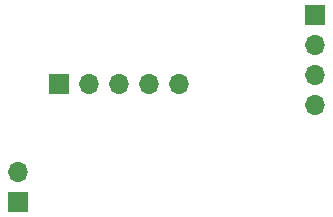
<source format=gbr>
G04 #@! TF.GenerationSoftware,KiCad,Pcbnew,(6.0.4)*
G04 #@! TF.CreationDate,2022-05-02T12:08:19+02:00*
G04 #@! TF.ProjectId,Support-Board-for-TS3008,53757070-6f72-4742-9d42-6f6172642d66,rev?*
G04 #@! TF.SameCoordinates,Original*
G04 #@! TF.FileFunction,Soldermask,Bot*
G04 #@! TF.FilePolarity,Negative*
%FSLAX46Y46*%
G04 Gerber Fmt 4.6, Leading zero omitted, Abs format (unit mm)*
G04 Created by KiCad (PCBNEW (6.0.4)) date 2022-05-02 12:08:19*
%MOMM*%
%LPD*%
G01*
G04 APERTURE LIST*
%ADD10R,1.700000X1.700000*%
%ADD11O,1.700000X1.700000*%
G04 APERTURE END LIST*
D10*
X121950000Y-65950000D03*
D11*
X121950000Y-68490000D03*
X121950000Y-71030000D03*
X121950000Y-73570000D03*
D10*
X100275000Y-71800000D03*
D11*
X102815000Y-71800000D03*
X105355000Y-71800000D03*
X107895000Y-71800000D03*
X110435000Y-71800000D03*
X96774000Y-79253000D03*
D10*
X96774000Y-81793000D03*
M02*

</source>
